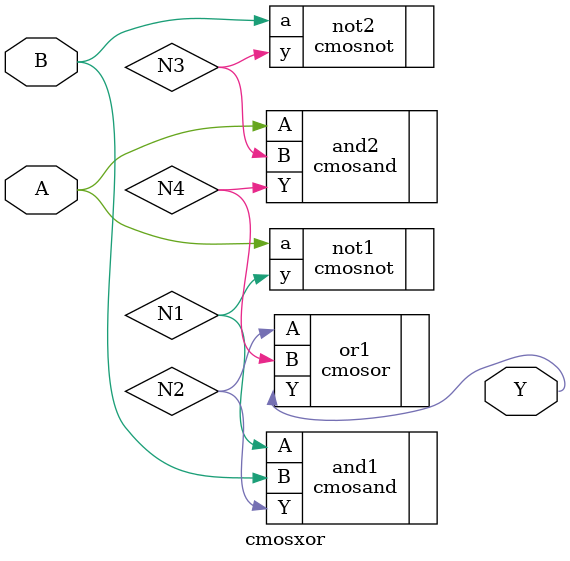
<source format=v>
`include "../cmosnot/cmosnot.v"
`include "../cmosand/cmosand.v"
`include "../cmosor/cmosor.v"
`timescale 1ns / 1ps
module cmosxor (Y, A, B);
input A, B;
output Y;
wire N1, N2, N3, N4;
cmosnot not1 (.y(N1), .a(A));
cmosand and1 (.Y(N2), .A(N1), .B(B));
cmosand and2 (.Y(N4), .A(A), .B(N3));
cmosnot not2 (.y(N3), .a(B));
cmosor or1 (.Y(Y), .A(N2), .B(N4));
endmodule




</source>
